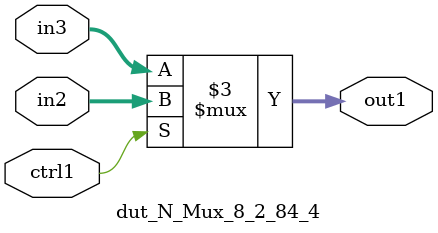
<source format=v>

`timescale 1ps / 1ps


module dut_N_Mux_8_2_84_4( in3, in2, ctrl1, out1 );

    input [7:0] in3;
    input [7:0] in2;
    input ctrl1;
    output [7:0] out1;
    reg [7:0] out1;

    
    // rtl_process:dut_N_Mux_8_2_84_4/dut_N_Mux_8_2_84_4_thread_1
    always @*
      begin : dut_N_Mux_8_2_84_4_thread_1
        case (ctrl1) 
          1'b1: 
            begin
              out1 = in2;
            end
          default: 
            begin
              out1 = in3;
            end
        endcase
      end

endmodule



</source>
